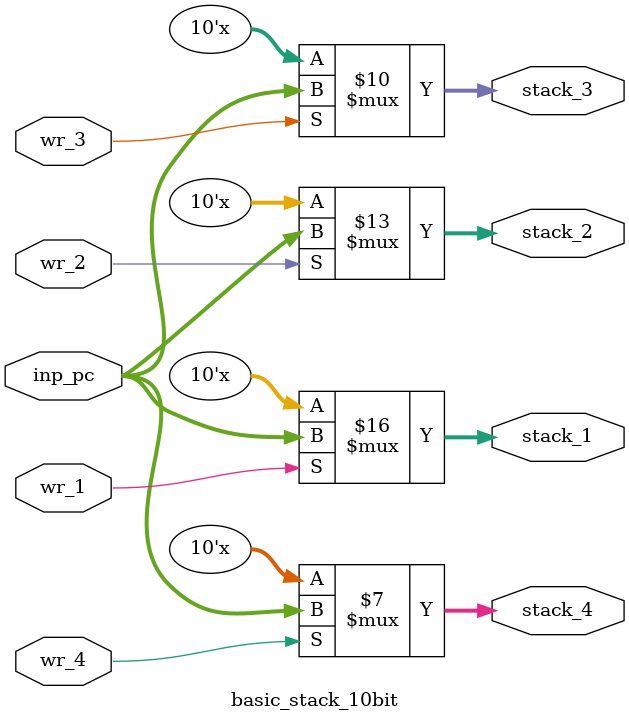
<source format=v>
`timescale 1ns / 1ps


module basic_stack_10bit(
input [9:0] inp_pc,
input wr_1, wr_2, wr_3, wr_4,
output reg [9:0] stack_1, stack_2, stack_3, stack_4
);

always@(*)
begin
  if (wr_1 == 1'b1)
    stack_1 = inp_pc;
  if (wr_2 == 1'b1)
    stack_2 = inp_pc;
  if (wr_3 == 1'b1)
    stack_3 = inp_pc; 
  if (wr_4 == 1'b1)
    stack_4 = inp_pc;
end
endmodule

</source>
